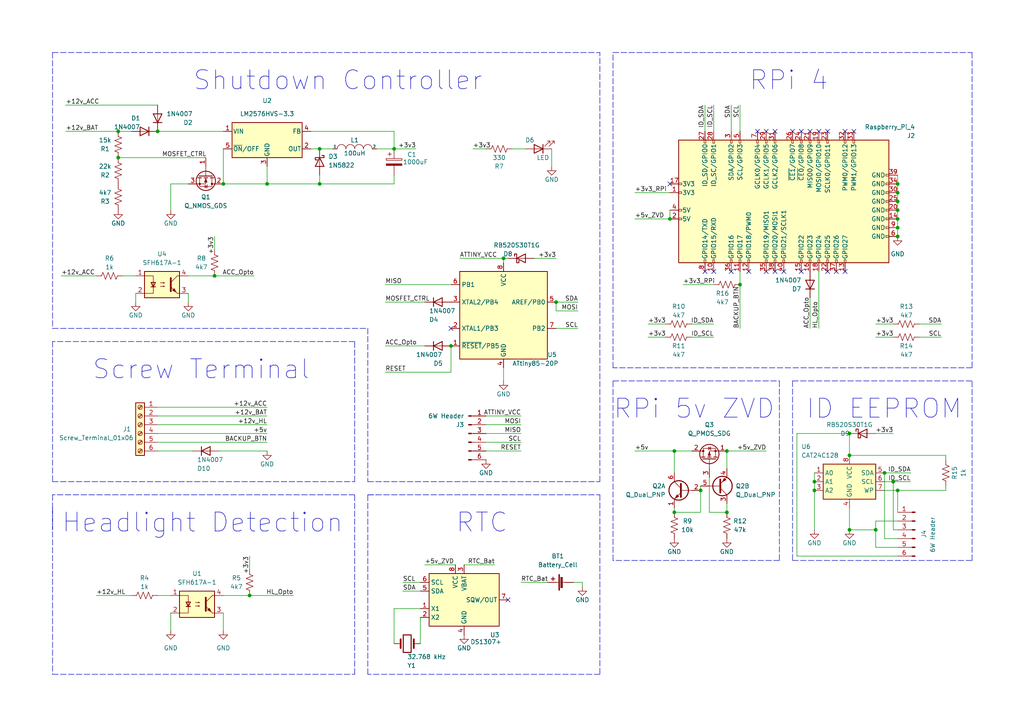
<source format=kicad_sch>
(kicad_sch (version 20211123) (generator eeschema)
  (paper "A4")
  (title_block (title "PILOT Drive Raspberry Pi HAT") (date "2022-06-28") (rev "v01") (comment 4 "Author: lamemakes"))
  (lib_symbols
    (symbol "Connector:Conn_01x06_Male" (pin_names (offset 1.016) hide)
      (property "Reference" "J" (at 0 7.62 0))
      (property "Value" "Conn_01x06_Male" (at 0 -10.16 0))
      (symbol "Conn_01x06_Male_1_1"
        (pin passive line (at 5.08 5.08 180) (length 3.81) (name "Pin_1") (number "1"))
        (pin passive line (at 5.08 2.54 180) (length 3.81) (name "Pin_2") (number "2"))
        (pin passive line (at 5.08 0 180) (length 3.81) (name "Pin_3") (number "3"))
        (pin passive line (at 5.08 -2.54 180) (length 3.81) (name "Pin_4") (number "4"))
        (pin passive line (at 5.08 -5.08 180) (length 3.81) (name "Pin_5") (number "5"))
        (pin passive line (at 5.08 -7.62 180) (length 3.81) (name "Pin_6") (number "6"))
      )
    )
    (symbol "Connector:Raspberry_Pi_2_3" (pin_names (offset 1.016))
      (property "Reference" "J" (at -17.78 31.75 0))
      (property "Value" "Raspberry_Pi_2_3" (at 10.16 -31.75 0))
      (symbol "Raspberry_Pi_2_3_1_1"
        (pin power_in line (at 2.54 33.02 270) (length 2.54) (name "3V3") (number "1"))
        (pin bidirectional line (at -20.32 20.32 0) (length 2.54) (name "GPIO15/RXD") (number "10"))
        (pin bidirectional line (at -20.32 12.7 0) (length 2.54) (name "GPIO17") (number "11"))
        (pin bidirectional line (at -20.32 10.16 0) (length 2.54) (name "GPIO18/PWM0") (number "12"))
        (pin bidirectional line (at -20.32 -17.78 0) (length 2.54) (name "GPIO27") (number "13"))
        (pin power_in line (at -5.08 -33.02 90) (length 2.54) (name "GND") (number "14"))
        (pin bidirectional line (at -20.32 -5.08 0) (length 2.54) (name "GPIO22") (number "15"))
        (pin bidirectional line (at -20.32 -7.62 0) (length 2.54) (name "GPIO23") (number "16"))
        (pin power_in line (at 5.08 33.02 270) (length 2.54) (name "3V3") (number "17"))
        (pin bidirectional line (at -20.32 -10.16 0) (length 2.54) (name "GPIO24") (number "18"))
        (pin bidirectional line (at 20.32 -10.16 180) (length 2.54) (name "MOSI0/GPIO10") (number "19"))
        (pin power_in line (at -5.08 33.02 270) (length 2.54) (name "5V") (number "2"))
        (pin power_in line (at -2.54 -33.02 90) (length 2.54) (name "GND") (number "20"))
        (pin bidirectional line (at 20.32 -7.62 180) (length 2.54) (name "MISO0/GPIO9") (number "21"))
        (pin bidirectional line (at -20.32 -12.7 0) (length 2.54) (name "GPIO25") (number "22"))
        (pin bidirectional line (at 20.32 -12.7 180) (length 2.54) (name "SCLK0/GPIO11") (number "23"))
        (pin bidirectional line (at 20.32 -5.08 180) (length 2.54) (name "~{CE0}/GPIO8") (number "24"))
        (pin power_in line (at 0 -33.02 90) (length 2.54) (name "GND") (number "25"))
        (pin bidirectional line (at 20.32 -2.54 180) (length 2.54) (name "~{CE1}/GPIO7") (number "26"))
        (pin bidirectional line (at 20.32 22.86 180) (length 2.54) (name "ID_SD/GPIO0") (number "27"))
        (pin bidirectional line (at 20.32 20.32 180) (length 2.54) (name "ID_SC/GPIO1") (number "28"))
        (pin bidirectional line (at 20.32 5.08 180) (length 2.54) (name "GCLK1/GPIO5") (number "29"))
        (pin bidirectional line (at 20.32 15.24 180) (length 2.54) (name "SDA/GPIO2") (number "3"))
        (pin power_in line (at 2.54 -33.02 90) (length 2.54) (name "GND") (number "30"))
        (pin bidirectional line (at 20.32 2.54 180) (length 2.54) (name "GCLK2/GPIO6") (number "31"))
        (pin bidirectional line (at 20.32 -17.78 180) (length 2.54) (name "PWM0/GPIO12") (number "32"))
        (pin bidirectional line (at 20.32 -20.32 180) (length 2.54) (name "PWM1/GPIO13") (number "33"))
        (pin power_in line (at 5.08 -33.02 90) (length 2.54) (name "GND") (number "34"))
        (pin bidirectional line (at -20.32 5.08 0) (length 2.54) (name "GPIO19/MISO1") (number "35"))
        (pin bidirectional line (at -20.32 15.24 0) (length 2.54) (name "GPIO16") (number "36"))
        (pin bidirectional line (at -20.32 -15.24 0) (length 2.54) (name "GPIO26") (number "37"))
        (pin bidirectional line (at -20.32 2.54 0) (length 2.54) (name "GPIO20/MOSI1") (number "38"))
        (pin power_in line (at 7.62 -33.02 90) (length 2.54) (name "GND") (number "39"))
        (pin power_in line (at -2.54 33.02 270) (length 2.54) (name "5V") (number "4"))
        (pin bidirectional line (at -20.32 0 0) (length 2.54) (name "GPIO21/SCLK1") (number "40"))
        (pin bidirectional line (at 20.32 12.7 180) (length 2.54) (name "SCL/GPIO3") (number "5"))
        (pin power_in line (at -10.16 -33.02 90) (length 2.54) (name "GND") (number "6"))
        (pin bidirectional line (at 20.32 7.62 180) (length 2.54) (name "GCLK0/GPIO4") (number "7"))
        (pin bidirectional line (at -20.32 22.86 0) (length 2.54) (name "GPIO14/TXD") (number "8"))
        (pin power_in line (at -7.62 -33.02 90) (length 2.54) (name "GND") (number "9"))
      )
    )
    (symbol "Connector:Screw_Terminal_01x06" (pin_names (offset 1.016) hide)
      (property "Reference" "J" (at 0 7.62 0))
      (property "Value" "Screw_Terminal_01x06" (at 0 -10.16 0))
      (symbol "Screw_Terminal_01x06_1_1"
        (pin passive line (at -5.08 5.08 0) (length 3.81) (name "Pin_1") (number "1"))
        (pin passive line (at -5.08 2.54 0) (length 3.81) (name "Pin_2") (number "2"))
        (pin passive line (at -5.08 0 0) (length 3.81) (name "Pin_3") (number "3"))
        (pin passive line (at -5.08 -2.54 0) (length 3.81) (name "Pin_4") (number "4"))
        (pin passive line (at -5.08 -5.08 0) (length 3.81) (name "Pin_5") (number "5"))
        (pin passive line (at -5.08 -7.62 0) (length 3.81) (name "Pin_6") (number "6"))
      )
    )
    (symbol "Device:Battery_Cell" (pin_numbers hide) (pin_names (offset 0) hide)
      (property "Reference" "BT" (at 2.54 2.54 0))
      (property "Value" "Battery_Cell" (at 2.54 0 0))
      (symbol "Battery_Cell_1_1"
        (pin passive line (at 0 5.08 270) (length 2.54) (name "+") (number "1"))
        (pin passive line (at 0 -2.54 90) (length 2.54) (name "-") (number "2"))
      )
    )
    (symbol "Device:C_Polarized" (pin_numbers hide) (pin_names (offset 0.254))
      (property "Reference" "C" (at 0.635 2.54 0))
      (property "Value" "C_Polarized" (at 0.635 -2.54 0))
      (symbol "C_Polarized_1_1"
        (pin passive line (at 0 3.81 270) (length 2.794) (name "~") (number "1"))
        (pin passive line (at 0 -3.81 90) (length 2.794) (name "~") (number "2"))
      )
    )
    (symbol "Device:Crystal" (pin_numbers hide) (pin_names (offset 1.016) hide)
      (property "Reference" "Y" (at 0 3.81 0))
      (property "Value" "Crystal" (at 0 -3.81 0))
      (symbol "Crystal_1_1"
        (pin passive line (at -3.81 0 0) (length 1.27) (name "1") (number "1"))
        (pin passive line (at 3.81 0 180) (length 1.27) (name "2") (number "2"))
      )
    )
    (symbol "Device:D_Schottky" (pin_numbers hide) (pin_names (offset 1.016) hide)
      (property "Reference" "D" (at 0 2.54 0))
      (property "Value" "D_Schottky" (at 0 -2.54 0))
      (symbol "D_Schottky_1_1"
        (pin passive line (at -3.81 0 0) (length 2.54) (name "K") (number "1"))
        (pin passive line (at 3.81 0 180) (length 2.54) (name "A") (number "2"))
      )
    )
    (symbol "Device:LED" (pin_numbers hide) (pin_names (offset 1.016) hide)
      (property "Reference" "D" (at 0 2.54 0))
      (property "Value" "LED" (at 0 -2.54 0))
      (symbol "LED_1_1"
        (pin passive line (at -3.81 0 0) (length 2.54) (name "K") (number "1"))
        (pin passive line (at 3.81 0 180) (length 2.54) (name "A") (number "2"))
      )
    )
    (symbol "Device:Q_Dual_NPN_PNP_E1B1C2E2B2C1" (pin_names (offset 0) hide)
      (property "Reference" "Q" (at 5.08 1.27 0))
      (property "Value" "Q_Dual_NPN_PNP_E1B1C2E2B2C1" (at 5.08 -1.27 0))
      (symbol "Q_Dual_NPN_PNP_E1B1C2E2B2C1_1_1"
        (pin passive line (at 2.54 -5.08 90) (length 2.54) (name "E1") (number "1"))
        (pin input line (at -5.08 0 0) (length 2.54) (name "B1") (number "2"))
        (pin passive line (at 2.54 5.08 270) (length 2.54) (name "C1") (number "6"))
      )
      (symbol "Q_Dual_NPN_PNP_E1B1C2E2B2C1_2_1"
        (pin passive line (at 2.54 5.08 270) (length 2.54) (name "C2") (number "3"))
        (pin passive line (at 2.54 -5.08 90) (length 2.54) (name "E2") (number "4"))
        (pin input line (at -5.08 0 0) (length 2.54) (name "B2") (number "5"))
      )
    )
    (symbol "Device:Q_NMOS_GDS" (pin_names (offset 0) hide)
      (property "Reference" "Q" (at 5.08 1.27 0))
      (property "Value" "Q_NMOS_GDS" (at 5.08 -1.27 0))
      (symbol "Q_NMOS_GDS_1_1"
        (pin input line (at -5.08 0 0) (length 2.54) (name "G") (number "1"))
        (pin passive line (at 2.54 5.08 270) (length 2.54) (name "D") (number "2"))
        (pin passive line (at 2.54 -5.08 90) (length 2.54) (name "S") (number "3"))
      )
    )
    (symbol "Device:Q_PMOS_SDG" (pin_names (offset 0) hide)
      (property "Reference" "Q" (at 5.08 1.27 0))
      (property "Value" "Q_PMOS_SDG" (at 5.08 -1.27 0))
      (symbol "Q_PMOS_SDG_1_1"
        (pin passive line (at 2.54 -5.08 90) (length 2.54) (name "S") (number "1"))
        (pin passive line (at 2.54 5.08 270) (length 2.54) (name "D") (number "2"))
        (pin input line (at -5.08 0 0) (length 2.54) (name "G") (number "3"))
      )
    )
    (symbol "Device:R_US" (pin_numbers hide) (pin_names (offset 0))
      (property "Reference" "R" (at 2.54 0 90))
      (property "Value" "R_US" (at -2.54 0 90))
      (symbol "R_US_1_1"
        (pin passive line (at 0 3.81 270) (length 1.27) (name "~") (number "1"))
        (pin passive line (at 0 -3.81 90) (length 1.27) (name "~") (number "2"))
      )
    )
    (symbol "Diode:1N4007" (pin_numbers hide) (pin_names (offset 1.016) hide)
      (property "Reference" "D" (at 0 2.54 0))
      (property "Value" "1N4007" (at 0 -2.54 0))
      (symbol "1N4007_1_1"
        (pin passive line (at -3.81 0 0) (length 2.54) (name "K") (number "1"))
        (pin passive line (at 3.81 0 180) (length 2.54) (name "A") (number "2"))
      )
    )
    (symbol "Diode:1N5822" (pin_numbers hide) (pin_names (offset 1.016) hide)
      (property "Reference" "D" (at 0 2.54 0))
      (property "Value" "1N5822" (at 0 -2.54 0))
      (symbol "1N5822_1_1"
        (pin passive line (at -3.81 0 0) (length 2.54) (name "K") (number "1"))
        (pin passive line (at 3.81 0 180) (length 2.54) (name "A") (number "2"))
      )
    )
    (symbol "Isolator:SFH617A-1" (pin_names (offset 1.016))
      (property "Reference" "U" (at -5.08 5.08 0))
      (property "Value" "SFH617A-1" (at 0 5.08 0))
      (symbol "SFH617A-1_1_1"
        (pin passive line (at -7.62 2.54 0) (length 2.54) (name "~") (number "1"))
        (pin passive line (at -7.62 -2.54 0) (length 2.54) (name "~") (number "2"))
        (pin passive line (at 7.62 -2.54 180) (length 2.54) (name "~") (number "3"))
        (pin passive line (at 7.62 2.54 180) (length 2.54) (name "~") (number "4"))
      )
    )
    (symbol "MCU_Microchip_ATtiny:ATtiny85-20P"
      (property "Reference" "U3" (at 2.54 -13.97 0))
      (property "Value" "ATtiny85-20P" (at 2.54 -16.51 0))
      (symbol "ATtiny85-20P_1_1"
        (pin bidirectional line (at 15.24 -8.89 180) (length 2.54) (name "~{RESET}/PB5") (number "1"))
        (pin bidirectional line (at 15.24 -3.81 180) (length 2.54) (name "XTAL1/PB3") (number "2"))
        (pin bidirectional line (at 15.24 3.81 180) (length 2.54) (name "XTAL2/PB4") (number "3"))
        (pin power_in line (at 0 -15.24 90) (length 2.54) (name "GND") (number "4"))
        (pin bidirectional line (at -15.24 3.81 0) (length 2.54) (name "AREF/PB0") (number "5"))
        (pin bidirectional line (at 15.24 8.89 180) (length 2.54) (name "PB1") (number "6"))
        (pin bidirectional line (at -15.24 -3.81 0) (length 2.54) (name "PB2") (number "7"))
        (pin power_in line (at 0 15.24 270) (length 2.54) (name "VCC") (number "8"))
      )
    )
    (symbol "Memory_EEPROM:CAT24C128"
      (property "Reference" "U" (at -6.35 6.35 0))
      (property "Value" "CAT24C128" (at 1.27 6.35 0))
      (symbol "CAT24C128_1_1"
        (pin input line (at -10.16 2.54 0) (length 2.54) (name "A0") (number "1"))
        (pin input line (at -10.16 0 0) (length 2.54) (name "A1") (number "2"))
        (pin input line (at -10.16 -2.54 0) (length 2.54) (name "A2") (number "3"))
        (pin power_in line (at 0 -7.62 90) (length 2.54) (name "GND") (number "4"))
        (pin bidirectional line (at 10.16 2.54 180) (length 2.54) (name "SDA") (number "5"))
        (pin input line (at 10.16 0 180) (length 2.54) (name "SCL") (number "6"))
        (pin input line (at 10.16 -2.54 180) (length 2.54) (name "WP") (number "7"))
        (pin power_in line (at 0 7.62 270) (length 2.54) (name "VCC") (number "8"))
      )
    )
    (symbol "Regulator_Switching:LM2576HVS-3.3" (pin_names (offset 0.254))
      (property "Reference" "U" (at -10.16 6.35 0))
      (property "Value" "LM2576HVS-3.3" (at 0 6.35 0))
      (symbol "LM2576HVS-3.3_1_1"
        (pin power_in line (at -12.7 2.54 0) (length 2.54) (name "VIN") (number "1"))
        (pin output line (at 12.7 -2.54 180) (length 2.54) (name "OUT") (number "2"))
        (pin power_in line (at 0 -7.62 90) (length 2.54) (name "GND") (number "3"))
        (pin input line (at 12.7 2.54 180) (length 2.54) (name "FB") (number "4"))
        (pin input line (at -12.7 -2.54 0) (length 2.54) (name "~{ON}/OFF") (number "5"))
      )
    )
    (symbol "Timer_RTC:DS1307+"
      (property "Reference" "U" (at -8.89 8.89 0))
      (property "Value" "DS1307+" (at 1.27 8.89 0))
      (symbol "DS1307+_1_1"
        (pin input line (at -12.7 -2.54 0) (length 2.54) (name "X1") (number "1"))
        (pin input line (at -12.7 -5.08 0) (length 2.54) (name "X2") (number "2"))
        (pin power_in line (at 0 10.16 270) (length 2.54) (name "VBAT") (number "3"))
        (pin power_in line (at 0 -10.16 90) (length 2.54) (name "GND") (number "4"))
        (pin bidirectional line (at -12.7 2.54 0) (length 2.54) (name "SDA") (number "5"))
        (pin input line (at -12.7 5.08 0) (length 2.54) (name "SCL") (number "6"))
        (pin open_collector line (at 12.7 0 180) (length 2.54) (name "SQW/OUT") (number "7"))
        (pin power_in line (at -2.54 10.16 270) (length 2.54) (name "VCC") (number "8"))
      )
    )
    (symbol "power:GND" (power) (pin_names (offset 0))
      (property "Value" "GND" (at 0 -3.81 0))
      (symbol "GND_1_1"
        (pin power_in line (at 0 0 270) (length 0) hide (name "GND") (number "1"))
      )
    )
    (symbol "pspice:INDUCTOR" (pin_numbers hide) (pin_names (offset 0))
      (property "Reference" "L" (at 0 2.54 0))
      (property "Value" "INDUCTOR" (at 0 -1.27 0))
      (symbol "INDUCTOR_1_1"
        (pin input line (at -6.35 0 0) (length 1.27) (name "1") (number "1"))
        (pin input line (at 6.35 0 180) (length 1.27) (name "2") (number "2"))
      )
    )
  )
  (junction (at 236.22 142.24))
  (junction (at 77.47 53.34))
  (junction (at 260.35 63.5))
  (junction (at 210.82 130.81))
  (junction (at 260.35 58.42))
  (junction (at 130.81 100.33))
  (junction (at 214.63 82.55))
  (junction (at 260.35 142.24))
  (junction (at 246.38 132.08))
  (junction (at 195.58 148.59))
  (junction (at 161.29 87.63))
  (junction (at 34.29 38.1))
  (junction (at 195.58 130.81))
  (junction (at 259.08 139.7))
  (junction (at 62.23 80.01))
  (junction (at 254 153.67))
  (junction (at 34.29 45.72))
  (junction (at 203.2 142.24))
  (junction (at 260.35 55.88))
  (junction (at 256.54 137.16))
  (junction (at 236.22 139.7))
  (junction (at 146.05 74.93))
  (junction (at 92.71 43.18))
  (junction (at 64.77 53.34))
  (junction (at 260.35 66.04))
  (junction (at 210.82 148.59))
  (junction (at 92.71 53.34))
  (junction (at 246.38 125.73))
  (junction (at 194.31 63.5))
  (junction (at 114.3 43.18))
  (junction (at 260.35 60.96))
  (junction (at 246.38 153.67))
  (junction (at 260.35 68.58))
  (junction (at 72.39 172.72))
  (junction (at 260.35 53.34))
  (junction (at 45.72 38.1))
  (no_connect (at 194.31 53.34))
  (no_connect (at 130.81 95.25))
  (no_connect (at 234.95 38.1))
  (no_connect (at 237.49 38.1))
  (no_connect (at 240.03 38.1))
  (no_connect (at 245.11 38.1))
  (no_connect (at 247.65 38.1))
  (no_connect (at 219.71 38.1))
  (no_connect (at 222.25 38.1))
  (no_connect (at 224.79 38.1))
  (no_connect (at 229.87 38.1))
  (no_connect (at 232.41 38.1))
  (no_connect (at 147.32 173.99))
  (no_connect (at 204.47 78.74))
  (no_connect (at 207.01 78.74))
  (no_connect (at 212.09 78.74))
  (no_connect (at 217.17 78.74))
  (no_connect (at 222.25 78.74))
  (no_connect (at 224.79 78.74))
  (no_connect (at 227.33 78.74))
  (no_connect (at 232.41 78.74))
  (no_connect (at 240.03 78.74))
  (no_connect (at 242.57 78.74))
  (no_connect (at 245.11 78.74))
  (wire (pts (xy 198.12 82.55) (xy 207.01 82.55)))
  (wire (pts (xy 49.53 177.8) (xy 49.53 182.88)))
  (polyline (pts (xy 102.87 99.06) (xy 15.24 99.06)))
  (polyline (pts (xy 281.94 162.56) (xy 281.94 110.49)))
  (wire (pts (xy 260.35 60.96) (xy 260.35 63.5)))
  (wire (pts (xy 259.08 139.7) (xy 264.16 139.7)))
  (wire (pts (xy 17.78 80.01) (xy 27.94 80.01)))
  (polyline (pts (xy 15.24 15.24) (xy 15.24 95.25)))
  (wire (pts (xy 246.38 153.67) (xy 254 153.67)))
  (wire (pts (xy 121.92 176.53) (xy 114.3 176.53)))
  (wire (pts (xy 254 97.79) (xy 259.08 97.79)))
  (wire (pts (xy 140.97 123.19) (xy 151.13 123.19)))
  (wire (pts (xy 236.22 142.24) (xy 236.22 153.67)))
  (wire (pts (xy 236.22 137.16) (xy 236.22 139.7)))
  (wire (pts (xy 111.76 100.33) (xy 123.19 100.33)))
  (polyline (pts (xy 15.24 15.24) (xy 173.99 15.24)))
  (wire (pts (xy 214.63 78.74) (xy 214.63 82.55)))
  (polyline (pts (xy 102.87 143.51) (xy 15.24 143.51)))
  (wire (pts (xy 90.17 43.18) (xy 92.71 43.18)))
  (polyline (pts (xy 229.87 162.56) (xy 281.94 162.56)))
  (wire (pts (xy 254 153.67) (xy 254 151.13)))
  (wire (pts (xy 254 158.75) (xy 254 153.67)))
  (polyline (pts (xy 106.68 95.25) (xy 106.68 139.7)))
  (polyline (pts (xy 229.87 110.49) (xy 281.94 110.49)))
  (wire (pts (xy 203.2 140.97) (xy 203.2 142.24)))
  (wire (pts (xy 19.05 30.48) (xy 45.72 30.48)))
  (wire (pts (xy 187.96 97.79) (xy 193.04 97.79)))
  (polyline (pts (xy 281.94 106.68) (xy 177.8 106.68)))
  (wire (pts (xy 72.39 172.72) (xy 85.09 172.72)))
  (wire (pts (xy 133.35 74.93) (xy 146.05 74.93)))
  (wire (pts (xy 77.47 48.26) (xy 77.47 53.34)))
  (wire (pts (xy 19.05 38.1) (xy 34.29 38.1)))
  (wire (pts (xy 256.54 137.16) (xy 264.16 137.16)))
  (wire (pts (xy 260.35 66.04) (xy 260.35 68.58)))
  (wire (pts (xy 154.94 74.93) (xy 161.29 74.93)))
  (wire (pts (xy 151.13 168.91) (xy 158.75 168.91)))
  (wire (pts (xy 45.72 172.72) (xy 49.53 172.72)))
  (wire (pts (xy 246.38 125.73) (xy 246.38 132.08)))
  (wire (pts (xy 140.97 120.65) (xy 151.13 120.65)))
  (wire (pts (xy 204.47 30.48) (xy 204.47 38.1)))
  (wire (pts (xy 254 125.73) (xy 259.08 125.73)))
  (wire (pts (xy 231.14 161.29) (xy 260.35 161.29)))
  (wire (pts (xy 161.29 87.63) (xy 167.64 87.63)))
  (wire (pts (xy 140.97 130.81) (xy 151.13 130.81)))
  (wire (pts (xy 195.58 130.81) (xy 195.58 137.16)))
  (wire (pts (xy 194.31 60.96) (xy 194.31 63.5)))
  (polyline (pts (xy 15.24 195.58) (xy 102.87 195.58)))
  (wire (pts (xy 260.35 55.88) (xy 260.35 58.42)))
  (wire (pts (xy 254 93.98) (xy 259.08 93.98)))
  (wire (pts (xy 266.7 97.79) (xy 273.05 97.79)))
  (wire (pts (xy 184.15 63.5) (xy 194.31 63.5)))
  (polyline (pts (xy 281.94 15.24) (xy 281.94 31.75)))
  (wire (pts (xy 260.35 58.42) (xy 260.35 60.96)))
  (wire (pts (xy 210.82 130.81) (xy 210.82 135.89)))
  (polyline (pts (xy 106.68 143.51) (xy 109.22 143.51)))
  (wire (pts (xy 130.81 100.33) (xy 130.81 107.95)))
  (wire (pts (xy 62.23 68.58) (xy 62.23 72.39)))
  (polyline (pts (xy 15.24 143.51) (xy 15.24 153.67)))
  (wire (pts (xy 121.92 179.07) (xy 121.92 186.69)))
  (wire (pts (xy 256.54 142.24) (xy 260.35 142.24)))
  (wire (pts (xy 114.3 176.53) (xy 114.3 186.69)))
  (wire (pts (xy 203.2 148.59) (xy 195.58 148.59)))
  (wire (pts (xy 77.47 53.34) (xy 92.71 53.34)))
  (wire (pts (xy 92.71 43.18) (xy 96.52 43.18)))
  (wire (pts (xy 274.32 140.97) (xy 274.32 142.24)))
  (wire (pts (xy 34.29 38.1) (xy 38.1 38.1)))
  (wire (pts (xy 90.17 38.1) (xy 114.3 38.1)))
  (wire (pts (xy 210.82 130.81) (xy 222.25 130.81)))
  (wire (pts (xy 143.51 163.83) (xy 134.62 163.83)))
  (wire (pts (xy 200.66 93.98) (xy 207.01 93.98)))
  (wire (pts (xy 214.63 30.48) (xy 214.63 38.1)))
  (wire (pts (xy 45.72 123.19) (xy 77.47 123.19)))
  (polyline (pts (xy 106.68 139.7) (xy 173.99 139.7)))
  (wire (pts (xy 237.49 78.74) (xy 237.49 95.25)))
  (wire (pts (xy 260.35 142.24) (xy 260.35 148.59)))
  (wire (pts (xy 35.56 80.01) (xy 39.37 80.01)))
  (polyline (pts (xy 229.87 110.49) (xy 229.87 162.56)))
  (wire (pts (xy 54.61 85.09) (xy 54.61 87.63)))
  (wire (pts (xy 54.61 53.34) (xy 49.53 53.34)))
  (polyline (pts (xy 177.8 162.56) (xy 177.8 110.49)))
  (wire (pts (xy 45.72 125.73) (xy 77.47 125.73)))
  (wire (pts (xy 256.54 156.21) (xy 260.35 156.21)))
  (wire (pts (xy 205.74 148.59) (xy 210.82 148.59)))
  (wire (pts (xy 256.54 137.16) (xy 256.54 156.21)))
  (wire (pts (xy 116.84 168.91) (xy 121.92 168.91)))
  (wire (pts (xy 45.72 128.27) (xy 77.47 128.27)))
  (wire (pts (xy 72.39 161.29) (xy 72.39 165.1)))
  (wire (pts (xy 92.71 53.34) (xy 114.3 53.34)))
  (polyline (pts (xy 226.06 162.56) (xy 177.8 162.56)))
  (wire (pts (xy 27.94 172.72) (xy 38.1 172.72)))
  (wire (pts (xy 109.22 43.18) (xy 114.3 43.18)))
  (wire (pts (xy 166.37 168.91) (xy 168.91 168.91)))
  (wire (pts (xy 123.19 163.83) (xy 132.08 163.83)))
  (wire (pts (xy 234.95 86.36) (xy 234.95 95.25)))
  (wire (pts (xy 116.84 171.45) (xy 121.92 171.45)))
  (wire (pts (xy 274.32 132.08) (xy 246.38 132.08)))
  (wire (pts (xy 137.16 43.18) (xy 140.97 43.18)))
  (wire (pts (xy 130.81 107.95) (xy 111.76 107.95)))
  (wire (pts (xy 152.4 43.18) (xy 148.59 43.18)))
  (wire (pts (xy 146.05 74.93) (xy 146.05 76.2)))
  (wire (pts (xy 160.02 43.18) (xy 160.02 48.26)))
  (wire (pts (xy 114.3 43.18) (xy 120.65 43.18)))
  (wire (pts (xy 161.29 95.25) (xy 167.64 95.25)))
  (wire (pts (xy 168.91 168.91) (xy 168.91 170.18)))
  (wire (pts (xy 210.82 146.05) (xy 210.82 148.59)))
  (wire (pts (xy 111.76 87.63) (xy 123.19 87.63)))
  (wire (pts (xy 54.61 80.01) (xy 62.23 80.01)))
  (wire (pts (xy 140.97 125.73) (xy 151.13 125.73)))
  (polyline (pts (xy 281.94 31.75) (xy 281.94 106.68)))
  (polyline (pts (xy 102.87 139.7) (xy 102.87 99.06)))
  (wire (pts (xy 146.05 106.68) (xy 146.05 110.49)))
  (wire (pts (xy 195.58 147.32) (xy 195.58 148.59)))
  (wire (pts (xy 214.63 82.55) (xy 214.63 95.25)))
  (wire (pts (xy 231.14 161.29) (xy 231.14 125.73)))
  (wire (pts (xy 184.15 130.81) (xy 195.58 130.81)))
  (wire (pts (xy 64.77 53.34) (xy 77.47 53.34)))
  (wire (pts (xy 274.32 133.35) (xy 274.32 132.08)))
  (wire (pts (xy 49.53 53.34) (xy 49.53 60.96)))
  (wire (pts (xy 114.3 38.1) (xy 114.3 43.18)))
  (wire (pts (xy 260.35 63.5) (xy 260.35 66.04)))
  (polyline (pts (xy 173.99 139.7) (xy 173.99 15.24)))
  (wire (pts (xy 147.32 74.93) (xy 146.05 74.93)))
  (wire (pts (xy 184.15 55.88) (xy 194.31 55.88)))
  (wire (pts (xy 254 151.13) (xy 260.35 151.13)))
  (wire (pts (xy 246.38 147.32) (xy 246.38 153.67)))
  (polyline (pts (xy 106.68 143.51) (xy 173.99 143.51)))
  (wire (pts (xy 200.66 97.79) (xy 207.01 97.79)))
  (polyline (pts (xy 226.06 110.49) (xy 226.06 162.56)))
  (wire (pts (xy 140.97 128.27) (xy 151.13 128.27)))
  (polyline (pts (xy 15.24 147.32) (xy 15.24 195.58)))
  (wire (pts (xy 63.5 130.81) (xy 77.47 130.81)))
  (wire (pts (xy 187.96 93.98) (xy 193.04 93.98)))
  (wire (pts (xy 64.77 177.8) (xy 64.77 182.88)))
  (polyline (pts (xy 102.87 195.58) (xy 102.87 143.51)))
  (wire (pts (xy 111.76 82.55) (xy 130.81 82.55)))
  (wire (pts (xy 266.7 93.98) (xy 273.05 93.98)))
  (wire (pts (xy 212.09 30.48) (xy 212.09 38.1)))
  (wire (pts (xy 205.74 138.43) (xy 205.74 148.59)))
  (wire (pts (xy 274.32 142.24) (xy 260.35 142.24)))
  (wire (pts (xy 257.81 68.58) (xy 260.35 68.58)))
  (polyline (pts (xy 173.99 143.51) (xy 173.99 195.58)))
  (polyline (pts (xy 177.8 106.68) (xy 177.8 15.24)))
  (wire (pts (xy 231.14 125.73) (xy 246.38 125.73)))
  (wire (pts (xy 45.72 38.1) (xy 64.77 38.1)))
  (wire (pts (xy 39.37 85.09) (xy 39.37 87.63)))
  (wire (pts (xy 161.29 90.17) (xy 167.64 90.17)))
  (wire (pts (xy 64.77 172.72) (xy 72.39 172.72)))
  (wire (pts (xy 114.3 50.8) (xy 114.3 53.34)))
  (wire (pts (xy 161.29 87.63) (xy 161.29 90.17)))
  (polyline (pts (xy 106.68 195.58) (xy 106.68 143.51)))
  (wire (pts (xy 260.35 53.34) (xy 260.35 55.88)))
  (wire (pts (xy 195.58 130.81) (xy 200.66 130.81)))
  (polyline (pts (xy 15.24 95.25) (xy 106.68 95.25)))
  (wire (pts (xy 259.08 139.7) (xy 259.08 153.67)))
  (wire (pts (xy 236.22 139.7) (xy 236.22 142.24)))
  (polyline (pts (xy 15.24 139.7) (xy 102.87 139.7)))
  (wire (pts (xy 260.35 50.8) (xy 260.35 53.34)))
  (wire (pts (xy 259.08 153.67) (xy 260.35 153.67)))
  (wire (pts (xy 45.72 130.81) (xy 55.88 130.81)))
  (wire (pts (xy 256.54 139.7) (xy 259.08 139.7)))
  (polyline (pts (xy 173.99 195.58) (xy 106.68 195.58)))
  (polyline (pts (xy 177.8 15.24) (xy 281.94 15.24)))
  (wire (pts (xy 64.77 43.18) (xy 64.77 53.34)))
  (wire (pts (xy 207.01 30.48) (xy 207.01 38.1)))
  (wire (pts (xy 45.72 120.65) (xy 77.47 120.65)))
  (wire (pts (xy 92.71 50.8) (xy 92.71 53.34)))
  (wire (pts (xy 203.2 142.24) (xy 203.2 148.59)))
  (wire (pts (xy 62.23 80.01) (xy 73.66 80.01)))
  (wire (pts (xy 254 158.75) (xy 260.35 158.75)))
  (polyline (pts (xy 15.24 99.06) (xy 15.24 139.7)))
  (polyline (pts (xy 177.8 110.49) (xy 226.06 110.49)))
  (wire (pts (xy 34.29 45.72) (xy 59.69 45.72)))
  (wire (pts (xy 45.72 118.11) (xy 77.47 118.11)))
  (text "Headlight Detection" (at 17.78 154.94 0) (effects (font (size 5.5 5.5)) (justify left bottom)))
  (text "RTC" (at 132.08 154.94 0) (effects (font (size 5.5 5.5)) (justify left bottom)))
  (text "Shutdown Controller" (at 55.88 26.67 0) (effects (font (size 5.5 5.5)) (justify left bottom)))
  (text "ID EEPROM" (at 233.68 121.92 0) (effects (font (size 5.5 5.5)) (justify left bottom)))
  (text "RPi 5v ZVD" (at 177.8 121.92 0) (effects (font (size 5.5 5.5)) (justify left bottom)))
  (text "Screw Terminal" (at 26.67 110.49 0) (effects (font (size 5.5 5.5)) (justify left bottom)))
  (text "RPi 4" (at 217.17 26.67 0) (effects (font (size 5.5 5.5)) (justify left bottom)))
  (label "MOSI" (at 167.64 90.17 180))
  (label "+3v3" (at 137.16 43.18 0))
  (label "MOSFET_CTRL" (at 111.76 87.63 0))
  (label "ID_SCL" (at 207.01 97.79 180))
  (label "ID_SDA" (at 207.01 93.98 180))
  (label "+3v3" (at 254 93.98 0))
  (label "HL_Opto" (at 85.09 172.72 180))
  (label "+12v_BAT" (at 77.47 120.65 180))
  (label "BACKUP_BTN" (at 214.63 95.25 90))
  (label "+5v" (at 184.15 130.81 0))
  (label "BACKUP_BTN" (at 77.47 128.27 180))
  (label "SCL" (at 116.84 168.91 0))
  (label "ATTINY_VCC" (at 151.13 120.65 180))
  (label "MISO" (at 151.13 125.73 180))
  (label "+3v3" (at 254 97.79 0))
  (label "+12v_ACC" (at 77.47 118.11 180))
  (label "+12v_BAT" (at 19.05 38.1 0))
  (label "+3v3" (at 120.65 43.18 180))
  (label "SCL" (at 167.64 95.25 180))
  (label "SDA" (at 167.64 87.63 180))
  (label "+3v3" (at 72.39 161.29 270))
  (label "ID_SCL" (at 264.16 139.7 180))
  (label "+3v3" (at 161.29 74.93 180))
  (label "+12v_ACC" (at 17.78 80.01 0))
  (label "SDA" (at 116.84 171.45 0))
  (label "+3v3" (at 62.23 68.58 270))
  (label "SDA" (at 273.05 93.98 180))
  (label "+3v3" (at 259.08 125.73 180))
  (label "+5v" (at 77.47 125.73 180))
  (label "RESET" (at 111.76 107.95 0))
  (label "RESET" (at 151.13 130.81 180))
  (label "RTC_Bat" (at 143.51 163.83 180))
  (label "+3v3" (at 187.96 97.79 0))
  (label "ID_SDA" (at 264.16 137.16 180))
  (label "+3v3_RPi" (at 198.12 82.55 0))
  (label "+3v3_RPi" (at 184.15 55.88 0))
  (label "SCL" (at 214.63 30.48 270))
  (label "+12v_ACC" (at 19.05 30.48 0))
  (label "RTC_Bat" (at 151.13 168.91 0))
  (label "+12v_HL" (at 77.47 123.19 180))
  (label "ATTINY_VCC" (at 133.35 74.93 0))
  (label "+12v_HL" (at 27.94 172.72 0))
  (label "+5v_ZVD" (at 222.25 130.81 180))
  (label "SCL" (at 273.05 97.79 180))
  (label "+5v_ZVD" (at 184.15 63.5 0))
  (label "MOSI" (at 151.13 123.19 180))
  (label "SCL" (at 151.13 128.27 180))
  (label "ID_SCL" (at 207.01 30.48 270))
  (label "+3v3" (at 187.96 93.98 0))
  (label "MOSFET_CTRL" (at 46.99 45.72 0))
  (label "ID_SDA" (at 204.47 30.48 270))
  (label "ACC_Opto" (at 111.76 100.33 0))
  (label "ACC_Opto" (at 73.66 80.01 180))
  (label "MISO" (at 111.76 82.55 0))
  (label "SDA" (at 212.09 30.48 270))
  (label "+5v_ZVD" (at 123.19 163.83 0))
  (label "ACC_Opto" (at 234.95 95.25 90))
  (label "HL_Opto" (at 237.49 95.25 90))
  (symbol (lib_id "Device:R_US") (at 34.29 41.91 180) (unit 1)
    (property "Reference" "R1" (at 30.48 43.18 0))
    (property "Value" "15k" (at 30.48 40.64 0))
    (property "Footprint" "Resistor_SMD:R_0603_1608Metric_Pad0.98x0.95mm_HandSolder" (effects hide))
  )
  (symbol (lib_id "Device:R_US") (at 262.89 97.79 270) (unit 1)
    (property "Reference" "R14" (at 262.89 100.33 90))
    (property "Value" "4k7" (at 262.89 102.87 90))
    (property "Footprint" "Resistor_SMD:R_0603_1608Metric_Pad0.98x0.95mm_HandSolder" (effects hide))
  )
  (symbol (lib_id "Isolator:SFH617A-1") (at 57.15 175.26 0) (unit 1)
    (property "Reference" "U1" (at 57.15 166.37 0))
    (property "Value" "SFH617A-1" (at 57.15 168.91 0))
    (property "Footprint" "Package_DIP:DIP-4_W7.62mm" (effects hide))
    (property "Datasheet" "http://www.vishay.com/docs/83740/sfh617a.pdf" (effects hide))
  )
  (symbol (lib_id "Device:R_US") (at 196.85 97.79 270) (unit 1)
    (property "Reference" "R11" (at 196.85 100.33 90))
    (property "Value" "4k7" (at 196.85 102.87 90))
    (property "Footprint" "Resistor_SMD:R_0603_1608Metric_Pad0.98x0.95mm_HandSolder" (effects hide))
  )
  (symbol (lib_id "Device:R_US") (at 274.32 137.16 180) (unit 1)
    (property "Reference" "R15" (at 276.86 137.16 90))
    (property "Value" "1k" (at 279.4 137.16 90))
    (property "Footprint" "Resistor_SMD:R_0603_1608Metric_Pad0.98x0.95mm_HandSolder" (effects hide))
  )
  (symbol (lib_id "Memory_EEPROM:CAT24C128") (at 246.38 139.7 0) (unit 1)
    (property "Reference" "U6" (at 232.41 129.54 0) (effects (justify left)))
    (property "Value" "CAT24C128" (at 232.41 132.08 0) (effects (justify left)))
    (property "Footprint" "Package_SO:TSSOP-8_4.4x3mm_P0.65mm" (effects hide))
    (property "Datasheet" "https://www.onsemi.com/pub/Collateral/CAT24C128-D.PDF" (effects hide))
  )
  (symbol (lib_id "power:GND") (at 246.38 153.67 0) (unit 1)
    (property "Reference" "#PWR015" (effects hide))
    (property "Value" "GND" (at 246.38 157.48 0))
  )
  (symbol (lib_id "Connector:Screw_Terminal_01x06") (at 40.64 123.19 0) (mirror y) (unit 1)
    (property "Reference" "J1" (at 36.83 124.46 0))
    (property "Value" "Screw_Terminal_01x06" (at 27.94 127 0))
    (property "Footprint" "pilot_footprints:screw_term_6" (effects hide))
  )
  (symbol (lib_id "Device:R_US") (at 262.89 93.98 270) (unit 1)
    (property "Reference" "R13" (at 262.89 88.9 90))
    (property "Value" "4k7" (at 262.89 91.44 90))
    (property "Footprint" "Resistor_SMD:R_0603_1608Metric_Pad0.98x0.95mm_HandSolder" (effects hide))
  )
  (symbol (lib_id "Device:R_US") (at 41.91 172.72 90) (unit 1)
    (property "Reference" "R4" (at 41.91 167.64 90))
    (property "Value" "1k" (at 41.91 170.18 90))
    (property "Footprint" "Resistor_SMD:R_0603_1608Metric_Pad0.98x0.95mm_HandSolder" (effects hide))
  )
  (symbol (lib_id "Diode:1N4007") (at 127 100.33 0) (unit 1)
    (property "Reference" "D5" (at 125.73 105.41 0) (effects (justify left)))
    (property "Value" "1N4007" (at 120.65 102.87 0) (effects (justify left)))
    (property "Footprint" "pilot_footprints:1N4007FLTR" (effects hide))
    (property "Datasheet" "http://www.vishay.com/docs/88503/1n4001.pdf" (effects hide))
  )
  (symbol (lib_id "Device:R_US") (at 210.82 82.55 90) (unit 1)
    (property "Reference" "R16" (at 209.55 85.09 90))
    (property "Value" "4k7" (at 209.55 87.63 90))
    (property "Footprint" "Resistor_SMD:R_0603_1608Metric_Pad0.98x0.95mm_HandSolder" (effects hide))
  )
  (symbol (lib_id "Diode:1N4007") (at 41.91 38.1 180) (unit 1)
    (property "Reference" "D1" (at 39.37 34.29 0))
    (property "Value" "1N4007" (at 36.83 36.83 0))
    (property "Footprint" "pilot_footprints:1N4007FLTR" (effects hide))
    (property "Datasheet" "http://www.vishay.com/docs/88503/1n4001.pdf" (effects hide))
  )
  (symbol (lib_id "power:GND") (at 134.62 184.15 0) (unit 1)
    (property "Reference" "#PWR07" (effects hide))
    (property "Value" "GND" (at 134.62 187.96 0))
  )
  (symbol (lib_id "Device:R_US") (at 144.78 43.18 90) (unit 1)
    (property "Reference" "R7" (at 144.78 48.26 90))
    (property "Value" "330" (at 144.78 45.72 90))
    (property "Footprint" "Resistor_SMD:R_0603_1608Metric_Pad0.98x0.95mm_HandSolder" (effects hide))
  )
  (symbol (lib_id "Connector:Conn_01x06_Male") (at 135.89 125.73 0) (unit 1)
    (property "Reference" "J3" (at 134.62 123.19 0) (effects (justify right)))
    (property "Value" "6W Header" (at 134.62 120.65 0) (effects (justify right)))
    (property "Footprint" "Connector_PinHeader_2.54mm:PinHeader_1x06_P2.54mm_Vertical" (effects hide))
  )
  (symbol (lib_id "Regulator_Switching:LM2576HVS-3.3") (at 77.47 40.64 0) (unit 1)
    (property "Reference" "U2" (at 77.47 29.21 0))
    (property "Value" "LM2576HVS-3.3" (at 77.47 33.02 0))
    (property "Footprint" "Package_TO_SOT_SMD:TO-263-5_TabPin3" (effects hide))
    (property "Datasheet" "http://www.ti.com/lit/ds/symlink/lm2576.pdf" (effects hide))
  )
  (symbol (lib_id "Device:Q_Dual_NPN_PNP_E1B1C2E2B2C1") (at 198.12 142.24 0) (mirror y) (unit 1)
    (property "Reference" "Q2" (at 193.04 140.9699 0) (effects (justify left)))
    (property "Value" "Q_Dual_PNP" (at 193.04 143.5099 0) (effects (justify left)))
    (property "Footprint" "pilot_footprints:pnp_pair" (effects hide))
  )
  (symbol (lib_id "power:GND") (at 168.91 170.18 0) (unit 1)
    (property "Reference" "#PWR011" (effects hide))
    (property "Value" "GND" (at 168.91 173.99 0))
  )
  (symbol (lib_id "power:GND") (at 140.97 133.35 0) (mirror y) (unit 1)
    (property "Reference" "#PWR0104" (effects hide))
    (property "Value" "GND" (at 140.97 137.16 0))
  )
  (symbol (lib_id "Device:C_Polarized") (at 114.3 46.99 0) (unit 1)
    (property "Reference" "C1" (at 118.11 44.8309 0) (effects (justify left)))
    (property "Value" "1000uF" (at 116.84 46.99 0) (effects (justify left)))
    (property "Footprint" "pilot_footprints:100uF_Cap" (effects hide))
  )
  (symbol (lib_id "power:GND") (at 39.37 87.63 0) (unit 1)
    (property "Reference" "#PWR06" (effects hide))
    (property "Value" "GND" (at 39.37 91.44 0))
  )
  (symbol (lib_id "Device:R_US") (at 34.29 49.53 180) (unit 1)
    (property "Reference" "R2" (at 30.48 50.8 0))
    (property "Value" "22k" (at 30.48 48.26 0))
    (property "Footprint" "Resistor_SMD:R_0603_1608Metric_Pad0.98x0.95mm_HandSolder" (effects hide))
  )
  (symbol (lib_id "power:GND") (at 49.53 182.88 0) (unit 1)
    (property "Reference" "#PWR0102" (effects hide))
    (property "Value" "GND" (at 49.53 187.96 0))
  )
  (symbol (lib_id "power:GND") (at 146.05 110.49 0) (unit 1)
    (property "Reference" "#PWR08" (effects hide))
    (property "Value" "GND" (at 146.05 114.3 0))
  )
  (symbol (lib_id "power:GND") (at 160.02 48.26 0) (unit 1)
    (property "Reference" "#PWR010" (effects hide))
    (property "Value" "GND" (at 160.02 52.07 0))
  )
  (symbol (lib_id "power:GND") (at 54.61 87.63 0) (unit 1)
    (property "Reference" "#PWR09" (effects hide))
    (property "Value" "GND" (at 54.61 91.44 0))
  )
  (symbol (lib_id "Device:Q_PMOS_SDG") (at 205.74 133.35 90) (unit 1)
    (property "Reference" "Q3" (at 205.74 123.19 90))
    (property "Value" "Q_PMOS_SDG" (at 205.74 125.73 90))
    (property "Footprint" "pilot_footprints:zvd_mosfet" (effects hide))
  )
  (symbol (lib_id "Device:R_US") (at 62.23 76.2 0) (unit 1)
    (property "Reference" "R8" (at 58.42 74.93 0))
    (property "Value" "4k7" (at 58.42 77.47 0))
    (property "Footprint" "Resistor_SMD:R_0603_1608Metric_Pad0.98x0.95mm_HandSolder" (effects hide))
  )
  (symbol (lib_id "Device:R_US") (at 210.82 152.4 0) (unit 1)
    (property "Reference" "R12" (at 214.63 151.13 0))
    (property "Value" "47k" (at 214.63 153.67 0))
    (property "Footprint" "Resistor_SMD:R_0603_1608Metric_Pad0.98x0.95mm_HandSolder" (effects hide))
  )
  (symbol (lib_id "Connector:Conn_01x06_Male") (at 265.43 153.67 0) (mirror y) (unit 1)
    (property "Reference" "J4" (at 267.97 153.67 90) (effects (justify right)))
    (property "Value" "6W Header" (at 270.51 149.86 90) (effects (justify right)))
    (property "Footprint" "Connector_PinHeader_2.54mm:PinHeader_1x06_P2.54mm_Vertical" (effects hide))
  )
  (symbol (lib_id "Connector:Raspberry_Pi_2_3") (at 227.33 58.42 90) (unit 1)
    (property "Reference" "J2" (at 265.43 39.37 90) (effects (justify left)))
    (property "Value" "Raspberry_Pi_4" (at 265.43 36.83 90) (effects (justify left)))
    (property "Footprint" "Connector_PinSocket_2.54mm:PinSocket_2x20_P2.54mm_Vertical" (effects hide))
    (property "Datasheet" "https://www.raspberrypi.org/documentation/hardware/raspberrypi/schematics/rpi_SCH_3bplus_1p0_reduced.pdf" (effects hide))
  )
  (symbol (lib_id "power:GND") (at 34.29 60.96 0) (unit 1)
    (property "Reference" "#PWR01" (effects hide))
    (property "Value" "GND" (at 34.29 64.77 0))
  )
  (symbol (lib_id "Diode:1N4007") (at 127 87.63 0) (unit 1)
    (property "Reference" "D4" (at 124.46 92.71 0) (effects (justify left)))
    (property "Value" "1N4007" (at 124.46 90.17 0) (effects (justify left)))
    (property "Footprint" "pilot_footprints:1N4007FLTR" (effects hide))
    (property "Datasheet" "http://www.vishay.com/docs/88503/1n4001.pdf" (effects hide))
  )
  (symbol (lib_id "Device:Battery_Cell") (at 163.83 168.91 90) (unit 1)
    (property "Reference" "BT1" (at 161.798 161.29 90))
    (property "Value" "Battery_Cell" (at 161.798 163.83 90))
    (property "Footprint" "Battery:BatteryHolder_Keystone_106_1x20mm" (effects hide))
  )
  (symbol (lib_id "Device:Q_Dual_NPN_PNP_E1B1C2E2B2C1") (at 208.28 140.97 0) (mirror x) (unit 2)
    (property "Reference" "Q2" (at 213.36 140.97 0) (effects (justify left)))
    (property "Value" "Q_Dual_PNP" (at 213.36 143.51 0) (effects (justify left)))
    (property "Footprint" "pilot_footprints:pnp_pair" (effects hide))
  )
  (symbol (lib_id "Device:R_US") (at 34.29 57.15 180) (unit 1)
    (property "Reference" "R3" (at 30.48 58.42 0))
    (property "Value" "4k7" (at 30.48 55.88 0))
    (property "Footprint" "Resistor_SMD:R_0603_1608Metric_Pad0.98x0.95mm_HandSolder" (effects hide))
  )
  (symbol (lib_id "power:GND") (at 49.53 60.96 0) (unit 1)
    (property "Reference" "#PWR03" (effects hide))
    (property "Value" "GND" (at 49.53 64.77 0))
  )
  (symbol (lib_id "Diode:1N4007") (at 59.69 130.81 0) (unit 1)
    (property "Reference" "D10" (at 57.15 135.89 0) (effects (justify left)))
    (property "Value" "1N4007" (at 57.15 133.35 0) (effects (justify left)))
    (property "Footprint" "pilot_footprints:1N4007FLTR" (effects hide))
    (property "Datasheet" "http://www.vishay.com/docs/88503/1n4001.pdf" (effects hide))
  )
  (symbol (lib_id "power:GND") (at 195.58 156.21 0) (unit 1)
    (property "Reference" "#PWR012" (effects hide))
    (property "Value" "GND" (at 195.58 160.02 0))
  )
  (symbol (lib_id "Device:R_US") (at 196.85 93.98 270) (unit 1)
    (property "Reference" "R10" (at 196.85 88.9 90))
    (property "Value" "4k7" (at 196.85 91.44 90))
    (property "Footprint" "Resistor_SMD:R_0603_1608Metric_Pad0.98x0.95mm_HandSolder" (effects hide))
  )
  (symbol (lib_id "power:GND") (at 77.47 130.81 0) (unit 1)
    (property "Reference" "#PWR05" (effects hide))
    (property "Value" "GND" (at 77.47 134.62 0))
  )
  (symbol (lib_id "power:GND") (at 210.82 156.21 0) (unit 1)
    (property "Reference" "#PWR013" (effects hide))
    (property "Value" "GND" (at 210.82 160.02 0))
  )
  (symbol (lib_id "pspice:INDUCTOR") (at 102.87 43.18 0) (unit 1)
    (property "Reference" "L1" (at 102.87 40.64 0))
    (property "Value" "100uH" (at 102.87 44.45 0))
    (property "Footprint" "pilot_footprints:induct_100uH" (effects hide))
  )
  (symbol (lib_id "Diode:1N5822") (at 92.71 46.99 270) (unit 1)
    (property "Reference" "D3" (at 95.25 45.4024 90) (effects (justify left)))
    (property "Value" "1N5822" (at 95.25 47.9424 90) (effects (justify left)))
    (property "Footprint" "pilot_footprints:1N4007FLTR" (effects hide))
    (property "Datasheet" "http://www.vishay.com/docs/88526/1n5820.pdf" (effects hide))
  )
  (symbol (lib_id "Diode:1N4007") (at 45.72 34.29 90) (unit 1)
    (property "Reference" "D2" (at 55.88 35.56 90) (effects (justify left)))
    (property "Value" "1N4007" (at 55.88 33.02 90) (effects (justify left)))
    (property "Footprint" "pilot_footprints:1N4007FLTR" (effects hide))
    (property "Datasheet" "http://www.vishay.com/docs/88503/1n4001.pdf" (effects hide))
  )
  (symbol (lib_id "Device:D_Schottky") (at 250.19 125.73 0) (unit 1)
    (property "Reference" "D9" (at 245.11 125.73 0))
    (property "Value" "RB520S30T1G" (at 246.38 123.19 0))
    (property "Footprint" "pilot_footprints:schottky_diodes" (effects hide))
  )
  (symbol (lib_id "Device:Crystal") (at 118.11 186.69 0) (unit 1)
    (property "Reference" "Y1" (at 118.11 193.04 0) (effects (justify left)))
    (property "Value" "32.768 kHz" (at 118.11 190.5 0) (effects (justify left)))
    (property "Footprint" "Crystal:Crystal_SMD_3215-2Pin_3.2x1.5mm" (effects hide))
  )
  (symbol (lib_id "Device:R_US") (at 195.58 152.4 0) (unit 1)
    (property "Reference" "R9" (at 199.39 151.13 0))
    (property "Value" "10k" (at 199.39 153.67 0))
    (property "Footprint" "Resistor_SMD:R_0603_1608Metric_Pad0.98x0.95mm_HandSolder" (effects hide))
  )
  (symbol (lib_id "Device:LED") (at 156.21 43.18 180) (unit 1)
    (property "Reference" "D6" (at 153.67 40.64 0))
    (property "Value" "LED" (at 157.48 45.72 0))
    (property "Footprint" "LED_SMD:LED_0603_1608Metric_Pad1.05x0.95mm_HandSolder" (effects hide))
  )
  (symbol (lib_id "Isolator:SFH617A-1") (at 46.99 82.55 0) (unit 1)
    (property "Reference" "U4" (at 46.99 73.66 0))
    (property "Value" "SFH617A-1" (at 46.99 76.2 0))
    (property "Footprint" "Package_DIP:DIP-4_W7.62mm" (effects hide))
    (property "Datasheet" "http://www.vishay.com/docs/83740/sfh617a.pdf" (effects hide))
  )
  (symbol (lib_id "power:GND") (at 260.35 68.58 0) (unit 1)
    (property "Reference" "#PWR0101" (effects hide))
    (property "Value" "GND" (at 260.35 73.66 0))
  )
  (symbol (lib_id "Device:D_Schottky") (at 151.13 74.93 0) (unit 1)
    (property "Reference" "D8" (at 147.32 73.66 0))
    (property "Value" "RB520S30T1G" (at 149.86 71.12 0))
    (property "Footprint" "pilot_footprints:schottky_diodes" (effects hide))
  )
  (symbol (lib_id "Device:Q_NMOS_GDS") (at 59.69 50.8 270) (unit 1)
    (property "Reference" "Q1" (at 59.69 57.15 90))
    (property "Value" "Q_NMOS_GDS" (at 59.69 59.69 90))
    (property "Footprint" "Package_TO_SOT_THT:TO-220-3_Vertical" (effects hide))
  )
  (symbol (lib_id "power:GND") (at 236.22 153.67 0) (unit 1)
    (property "Reference" "#PWR014" (effects hide))
    (property "Value" "GND" (at 236.22 157.48 0))
  )
  (symbol (lib_id "Diode:1N4007") (at 234.95 82.55 90) (unit 1)
    (property "Reference" "D7" (at 232.41 83.82 90) (effects (justify left)))
    (property "Value" "1N4007" (at 232.41 81.28 90) (effects (justify left)))
    (property "Footprint" "pilot_footprints:1N4007FLTR" (effects hide))
    (property "Datasheet" "http://www.vishay.com/docs/88503/1n4001.pdf" (effects hide))
  )
  (symbol (lib_id "Timer_RTC:DS1307+") (at 134.62 173.99 0) (unit 1)
    (property "Reference" "U3" (at 143.51 184.15 0))
    (property "Value" "DS1307+" (at 140.97 186.1693 0))
    (property "Footprint" "Package_DIP:DIP-8_W7.62mm" (effects hide))
    (property "Datasheet" "https://datasheets.maximintegrated.com/en/ds/DS1307.pdf" (effects hide))
  )
  (symbol (lib_id "power:GND") (at 64.77 182.88 0) (unit 1)
    (property "Reference" "#PWR0103" (effects hide))
    (property "Value" "GND" (at 64.77 187.96 0))
  )
  (symbol (lib_id "MCU_Microchip_ATtiny:ATtiny85-20P") (at 146.05 91.44 0) (mirror y) (unit 1)
    (property "Reference" "U5" (at 158.75 102.87 0) (effects (justify right)))
    (property "Value" "ATtiny85-20P" (at 148.59 105.41 0) (effects (justify right)))
    (property "Footprint" "Package_SO:SOIC-8W_5.3x5.3mm_P1.27mm" (effects hide))
    (property "Datasheet" "http://ww1.microchip.com/downloads/en/DeviceDoc/atmel-2586-avr-8-bit-microcontroller-attiny25-attiny45-attiny85_datasheet.pdf" (effects hide))
  )
  (symbol (lib_id "Device:R_US") (at 31.75 80.01 90) (unit 1)
    (property "Reference" "R6" (at 31.75 74.93 90))
    (property "Value" "1k" (at 31.75 77.47 90))
    (property "Footprint" "Resistor_SMD:R_0603_1608Metric_Pad0.98x0.95mm_HandSolder" (effects hide))
  )
  (symbol (lib_id "Device:R_US") (at 72.39 168.91 0) (unit 1)
    (property "Reference" "R5" (at 68.58 167.64 0))
    (property "Value" "4k7" (at 68.58 170.18 0))
    (property "Footprint" "Resistor_SMD:R_0603_1608Metric_Pad0.98x0.95mm_HandSolder" (effects hide))
  )
)
</source>
